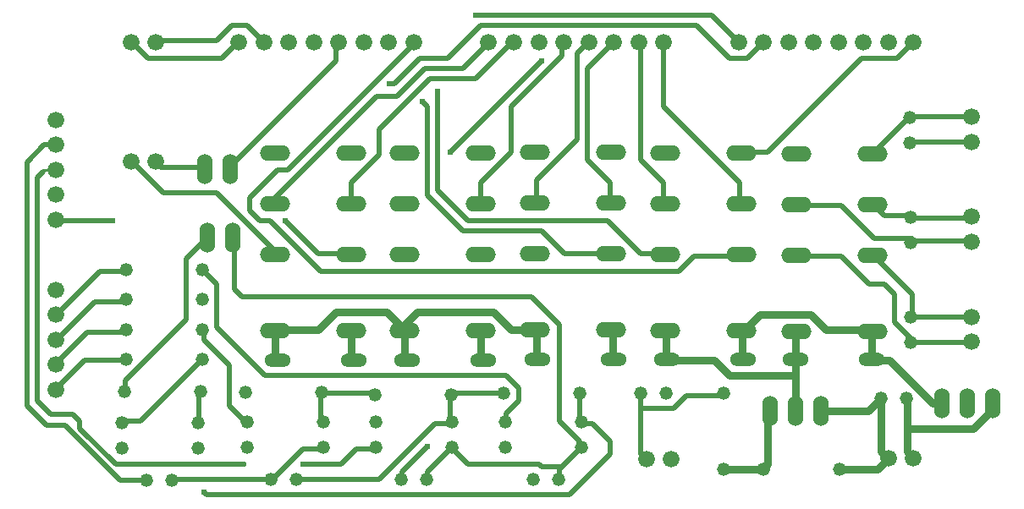
<source format=gtl>
G04 #@! TF.GenerationSoftware,KiCad,Pcbnew,(5.0.0)*
G04 #@! TF.CreationDate,2018-11-08T09:58:05+09:00*
G04 #@! TF.ProjectId,MicSwitch003,4D69635377697463683030332E6B6963,rev?*
G04 #@! TF.SameCoordinates,Original*
G04 #@! TF.FileFunction,Copper,L1,Top,Signal*
G04 #@! TF.FilePolarity,Positive*
%FSLAX46Y46*%
G04 Gerber Fmt 4.6, Leading zero omitted, Abs format (unit mm)*
G04 Created by KiCad (PCBNEW (5.0.0)) date 11/08/18 09:58:05*
%MOMM*%
%LPD*%
G01*
G04 APERTURE LIST*
G04 #@! TA.AperFunction,ComponentPad*
%ADD10O,2.641600X1.320800*%
G04 #@! TD*
G04 #@! TA.AperFunction,ComponentPad*
%ADD11O,1.524000X3.048000*%
G04 #@! TD*
G04 #@! TA.AperFunction,ComponentPad*
%ADD12C,1.676400*%
G04 #@! TD*
G04 #@! TA.AperFunction,ComponentPad*
%ADD13C,1.320800*%
G04 #@! TD*
G04 #@! TA.AperFunction,ComponentPad*
%ADD14O,3.048000X1.524000*%
G04 #@! TD*
G04 #@! TA.AperFunction,ViaPad*
%ADD15C,0.609600*%
G04 #@! TD*
G04 #@! TA.AperFunction,ViaPad*
%ADD16C,0.600000*%
G04 #@! TD*
G04 #@! TA.AperFunction,Conductor*
%ADD17C,0.762000*%
G04 #@! TD*
G04 #@! TA.AperFunction,Conductor*
%ADD18C,0.508000*%
G04 #@! TD*
G04 #@! TA.AperFunction,Conductor*
%ADD19C,0.800000*%
G04 #@! TD*
G04 #@! TA.AperFunction,Conductor*
%ADD20C,0.250000*%
G04 #@! TD*
G04 #@! TA.AperFunction,Conductor*
%ADD21C,0.500000*%
G04 #@! TD*
G04 APERTURE END LIST*
D10*
G04 #@! TO.P,D1,A*
G04 #@! TO.N,Net-(D1-PadA)*
X124845100Y-116038600D03*
G04 #@! TO.P,D1,C*
G04 #@! TO.N,+5V*
X132465100Y-116038600D03*
G04 #@! TD*
G04 #@! TO.P,D2,A*
G04 #@! TO.N,Net-(D1-PadA)*
X137837100Y-116054600D03*
G04 #@! TO.P,D2,C*
G04 #@! TO.N,+5V*
X145457100Y-116054600D03*
G04 #@! TD*
G04 #@! TO.P,D3,A*
G04 #@! TO.N,Net-(D1-PadA)*
X150867100Y-115987600D03*
G04 #@! TO.P,D3,C*
G04 #@! TO.N,+5V*
X158487100Y-115987600D03*
G04 #@! TD*
G04 #@! TO.P,D4,A*
G04 #@! TO.N,Net-(D1-PadA)*
X163848100Y-115946600D03*
G04 #@! TO.P,D4,C*
G04 #@! TO.N,+5V*
X171468100Y-115946600D03*
G04 #@! TD*
D11*
G04 #@! TO.P,DSS1,3*
G04 #@! TO.N,+5V*
X191331100Y-120351600D03*
G04 #@! TO.P,DSS1,2*
G04 #@! TO.N,GND*
X193871100Y-120351600D03*
G04 #@! TO.P,DSS1,1*
G04 #@! TO.N,Net-(C1-Pad1)*
X196411100Y-120351600D03*
G04 #@! TD*
D12*
G04 #@! TO.P,DC+5V1,1*
G04 #@! TO.N,Net-(C1-Pad1)*
X188485100Y-125920600D03*
G04 #@! TO.P,DC+5V1,2*
G04 #@! TO.N,GND*
X185985100Y-125920600D03*
G04 #@! TD*
G04 #@! TO.P,CONTROL1,1*
G04 #@! TO.N,+5V*
X164266100Y-125993600D03*
G04 #@! TO.P,CONTROL1,2*
G04 #@! TO.N,Net-(C2-Pad1)*
X161766100Y-125993600D03*
G04 #@! TD*
D11*
G04 #@! TO.P,Q1,S*
G04 #@! TO.N,GND*
X179233100Y-121172600D03*
G04 #@! TO.P,Q1,D*
G04 #@! TO.N,Net-(D1-PadA)*
X176693100Y-121172600D03*
G04 #@! TO.P,Q1,G*
G04 #@! TO.N,Net-(Q1-PadG)*
X174153100Y-121172600D03*
G04 #@! TD*
D13*
G04 #@! TO.P,R1,2*
G04 #@! TO.N,Net-(C2-Pad1)*
X169458100Y-119369600D03*
G04 #@! TO.P,R1,1*
G04 #@! TO.N,Net-(Q1-PadG)*
X169458100Y-126989600D03*
G04 #@! TD*
G04 #@! TO.P,R2,2*
G04 #@! TO.N,Net-(Q1-PadG)*
X173515100Y-126993600D03*
G04 #@! TO.P,R2,1*
G04 #@! TO.N,GND*
X181135100Y-126993600D03*
G04 #@! TD*
D14*
G04 #@! TO.P,RL1,16*
G04 #@! TO.N,Net-(D1-PadA)*
X124599100Y-113074600D03*
G04 #@! TO.P,RL1,P2*
G04 #@! TO.N,Net-(FROM-AMP1-Pad1)*
X124599100Y-105454600D03*
G04 #@! TO.P,RL1,O2*
G04 #@! TO.N,Net-(CN3-LEFT1-Pad1)*
X124599100Y-100374600D03*
G04 #@! TO.P,RL1,S2*
G04 #@! TO.N,Net-(CN2-RIGHT1-Pad1)*
X124599100Y-95294600D03*
G04 #@! TO.P,RL1,S1*
G04 #@! TO.N,Net-(CN2-RIGHT1-Pad2)*
X132219100Y-95294600D03*
G04 #@! TO.P,RL1,O1*
G04 #@! TO.N,Net-(CN3-LEFT1-Pad2)*
X132219100Y-100374600D03*
G04 #@! TO.P,RL1,P1*
G04 #@! TO.N,Net-(FROM-AMP1-Pad2)*
X132219100Y-105454600D03*
G04 #@! TO.P,RL1,1*
G04 #@! TO.N,+5V*
X132219100Y-113074600D03*
G04 #@! TD*
G04 #@! TO.P,RL2,16*
G04 #@! TO.N,Net-(D1-PadA)*
X137583100Y-113063600D03*
G04 #@! TO.P,RL2,P2*
G04 #@! TO.N,Net-(CN1-MICIN1-Pad3)*
X137583100Y-105443600D03*
G04 #@! TO.P,RL2,O2*
G04 #@! TO.N,Net-(CN3-LEFT1-Pad3)*
X137583100Y-100363600D03*
G04 #@! TO.P,RL2,S2*
G04 #@! TO.N,Net-(CN2-RIGHT1-Pad3)*
X137583100Y-95283600D03*
G04 #@! TO.P,RL2,S1*
G04 #@! TO.N,Net-(CN2-RIGHT1-Pad4)*
X145203100Y-95283600D03*
G04 #@! TO.P,RL2,O1*
G04 #@! TO.N,Net-(CN3-LEFT1-Pad4)*
X145203100Y-100363600D03*
G04 #@! TO.P,RL2,P1*
G04 #@! TO.N,Net-(CN1-MICIN1-Pad4)*
X145203100Y-105443600D03*
G04 #@! TO.P,RL2,1*
G04 #@! TO.N,+5V*
X145203100Y-113063600D03*
G04 #@! TD*
G04 #@! TO.P,RL3,16*
G04 #@! TO.N,Net-(D1-PadA)*
X150621100Y-113023600D03*
G04 #@! TO.P,RL3,P2*
G04 #@! TO.N,Net-(CN1-MICIN1-Pad5)*
X150621100Y-105403600D03*
G04 #@! TO.P,RL3,O2*
G04 #@! TO.N,Net-(CN3-LEFT1-Pad5)*
X150621100Y-100323600D03*
G04 #@! TO.P,RL3,S2*
G04 #@! TO.N,Net-(CN2-RIGHT1-Pad5)*
X150621100Y-95243600D03*
G04 #@! TO.P,RL3,S1*
G04 #@! TO.N,Net-(CN2-RIGHT1-Pad6)*
X158241100Y-95243600D03*
G04 #@! TO.P,RL3,O1*
G04 #@! TO.N,Net-(CN3-LEFT1-Pad6)*
X158241100Y-100323600D03*
G04 #@! TO.P,RL3,P1*
G04 #@! TO.N,Net-(CN1-MICIN1-Pad6)*
X158241100Y-105403600D03*
G04 #@! TO.P,RL3,1*
G04 #@! TO.N,+5V*
X158241100Y-113023600D03*
G04 #@! TD*
G04 #@! TO.P,RL4,16*
G04 #@! TO.N,Net-(D1-PadA)*
X163616100Y-113070600D03*
G04 #@! TO.P,RL4,P2*
G04 #@! TO.N,Net-(CN1-MICIN1-Pad7)*
X163616100Y-105450600D03*
G04 #@! TO.P,RL4,O2*
G04 #@! TO.N,Net-(CN3-LEFT1-Pad7)*
X163616100Y-100370600D03*
G04 #@! TO.P,RL4,S2*
G04 #@! TO.N,Net-(CN2-RIGHT1-Pad7)*
X163616100Y-95290600D03*
G04 #@! TO.P,RL4,S1*
G04 #@! TO.N,Net-(CN2-RIGHT1-Pad8)*
X171236100Y-95290600D03*
G04 #@! TO.P,RL4,O1*
G04 #@! TO.N,Net-(CN3-LEFT1-Pad8)*
X171236100Y-100370600D03*
G04 #@! TO.P,RL4,P1*
G04 #@! TO.N,Net-(CN1-MICIN1-Pad8)*
X171236100Y-105450600D03*
G04 #@! TO.P,RL4,1*
G04 #@! TO.N,+5V*
X171236100Y-113070600D03*
G04 #@! TD*
D12*
G04 #@! TO.P,CN1-MICIN1,1*
G04 #@! TO.N,Net-(CN1-MICIN1-Pad1)*
X121001100Y-84203600D03*
G04 #@! TO.P,CN1-MICIN1,2*
G04 #@! TO.N,Net-(CN1-MICIN1-Pad2)*
X123501100Y-84203600D03*
G04 #@! TO.P,CN1-MICIN1,3*
G04 #@! TO.N,Net-(CN1-MICIN1-Pad3)*
X126001100Y-84203600D03*
G04 #@! TO.P,CN1-MICIN1,4*
G04 #@! TO.N,Net-(CN1-MICIN1-Pad4)*
X128501100Y-84203600D03*
G04 #@! TO.P,CN1-MICIN1,5*
G04 #@! TO.N,Net-(CN1-MICIN1-Pad5)*
X131001100Y-84203600D03*
G04 #@! TO.P,CN1-MICIN1,6*
G04 #@! TO.N,Net-(CN1-MICIN1-Pad6)*
X133501100Y-84203600D03*
G04 #@! TO.P,CN1-MICIN1,7*
G04 #@! TO.N,Net-(CN1-MICIN1-Pad7)*
X136001100Y-84203600D03*
G04 #@! TO.P,CN1-MICIN1,8*
G04 #@! TO.N,Net-(CN1-MICIN1-Pad8)*
X138501100Y-84203600D03*
G04 #@! TD*
G04 #@! TO.P,CN2-RIGHT1,1*
G04 #@! TO.N,Net-(CN2-RIGHT1-Pad1)*
X171001100Y-84203600D03*
G04 #@! TO.P,CN2-RIGHT1,2*
G04 #@! TO.N,Net-(CN2-RIGHT1-Pad2)*
X173501100Y-84203600D03*
G04 #@! TO.P,CN2-RIGHT1,3*
G04 #@! TO.N,Net-(CN2-RIGHT1-Pad3)*
X176001100Y-84203600D03*
G04 #@! TO.P,CN2-RIGHT1,4*
G04 #@! TO.N,Net-(CN2-RIGHT1-Pad4)*
X178501100Y-84203600D03*
G04 #@! TO.P,CN2-RIGHT1,5*
G04 #@! TO.N,Net-(CN2-RIGHT1-Pad5)*
X181001100Y-84203600D03*
G04 #@! TO.P,CN2-RIGHT1,6*
G04 #@! TO.N,Net-(CN2-RIGHT1-Pad6)*
X183501100Y-84203600D03*
G04 #@! TO.P,CN2-RIGHT1,7*
G04 #@! TO.N,Net-(CN2-RIGHT1-Pad7)*
X186001100Y-84203600D03*
G04 #@! TO.P,CN2-RIGHT1,8*
G04 #@! TO.N,Net-(CN2-RIGHT1-Pad8)*
X188501100Y-84203600D03*
G04 #@! TD*
G04 #@! TO.P,CN3-LEFT1,1*
G04 #@! TO.N,Net-(CN3-LEFT1-Pad1)*
X146001100Y-84203600D03*
G04 #@! TO.P,CN3-LEFT1,2*
G04 #@! TO.N,Net-(CN3-LEFT1-Pad2)*
X148501100Y-84203600D03*
G04 #@! TO.P,CN3-LEFT1,3*
G04 #@! TO.N,Net-(CN3-LEFT1-Pad3)*
X151001100Y-84203600D03*
G04 #@! TO.P,CN3-LEFT1,4*
G04 #@! TO.N,Net-(CN3-LEFT1-Pad4)*
X153501100Y-84203600D03*
G04 #@! TO.P,CN3-LEFT1,5*
G04 #@! TO.N,Net-(CN3-LEFT1-Pad5)*
X156001100Y-84203600D03*
G04 #@! TO.P,CN3-LEFT1,6*
G04 #@! TO.N,Net-(CN3-LEFT1-Pad6)*
X158501100Y-84203600D03*
G04 #@! TO.P,CN3-LEFT1,7*
G04 #@! TO.N,Net-(CN3-LEFT1-Pad7)*
X161001100Y-84203600D03*
G04 #@! TO.P,CN3-LEFT1,8*
G04 #@! TO.N,Net-(CN3-LEFT1-Pad8)*
X163501100Y-84203600D03*
G04 #@! TD*
D14*
G04 #@! TO.P,RL5,16*
G04 #@! TO.N,Net-(D1-PadA)*
X176791100Y-113213600D03*
G04 #@! TO.P,RL5,P2*
G04 #@! TO.N,Net-(C7-Pad2)*
X176791100Y-105593600D03*
G04 #@! TO.P,RL5,O2*
G04 #@! TO.N,Net-(C9-Pad2)*
X176791100Y-100513600D03*
G04 #@! TO.P,RL5,S2*
G04 #@! TO.N,Net-(C8-Pad2)*
X176791100Y-95433600D03*
G04 #@! TO.P,RL5,S1*
G04 #@! TO.N,Net-(C8-Pad1)*
X184411100Y-95433600D03*
G04 #@! TO.P,RL5,O1*
G04 #@! TO.N,Net-(C9-Pad1)*
X184411100Y-100513600D03*
G04 #@! TO.P,RL5,P1*
G04 #@! TO.N,Net-(C7-Pad1)*
X184411100Y-105593600D03*
G04 #@! TO.P,RL5,1*
G04 #@! TO.N,+5V*
X184411100Y-113213600D03*
G04 #@! TD*
D10*
G04 #@! TO.P,D5,A*
G04 #@! TO.N,Net-(D1-PadA)*
X176691100Y-116003600D03*
G04 #@! TO.P,D5,C*
G04 #@! TO.N,+5V*
X184311100Y-116003600D03*
G04 #@! TD*
D12*
G04 #@! TO.P,KEY-IN1,1*
G04 #@! TO.N,Net-(C7-Pad1)*
X194301100Y-111703600D03*
G04 #@! TO.P,KEY-IN1,2*
G04 #@! TO.N,Net-(C7-Pad2)*
X194301100Y-114203600D03*
G04 #@! TD*
G04 #@! TO.P,LEFT-KEY1,1*
G04 #@! TO.N,Net-(C9-Pad1)*
X194301100Y-101703600D03*
G04 #@! TO.P,LEFT-KEY1,2*
G04 #@! TO.N,Net-(C9-Pad2)*
X194301100Y-104203600D03*
G04 #@! TD*
G04 #@! TO.P,RIGHT-KEY1,1*
G04 #@! TO.N,Net-(C8-Pad1)*
X194301100Y-91703600D03*
G04 #@! TO.P,RIGHT-KEY1,2*
G04 #@! TO.N,Net-(C8-Pad2)*
X194301100Y-94203600D03*
G04 #@! TD*
D11*
G04 #@! TO.P,KEYPAD2,2*
G04 #@! TO.N,Net-(FROM-AMP1-Pad2)*
X117631100Y-96903600D03*
G04 #@! TO.P,KEYPAD2,1*
G04 #@! TO.N,Net-(CN1-MICIN1-Pad5)*
X120171100Y-96903600D03*
G04 #@! TD*
D12*
G04 #@! TO.P,TO-AMP,1*
G04 #@! TO.N,Net-(CN1-MICIN1-Pad1)*
X110201100Y-84203600D03*
G04 #@! TO.P,TO-AMP,2*
G04 #@! TO.N,Net-(CN1-MICIN1-Pad2)*
X112701100Y-84203600D03*
G04 #@! TD*
G04 #@! TO.P,FROM-AMP,1*
G04 #@! TO.N,Net-(FROM-AMP1-Pad1)*
X110201100Y-96203600D03*
G04 #@! TO.P,FROM-AMP,2*
G04 #@! TO.N,Net-(FROM-AMP1-Pad2)*
X112701100Y-96203600D03*
G04 #@! TD*
D11*
G04 #@! TO.P,KEYPAD1,2*
G04 #@! TO.N,Net-(C3-Pad2)*
X120371100Y-103803600D03*
G04 #@! TO.P,KEYPAD1,1*
G04 #@! TO.N,Net-(KEYPAD1-Pad1)*
X117831100Y-103803600D03*
G04 #@! TD*
D13*
G04 #@! TO.P,R3,2*
G04 #@! TO.N,Net-(C6-Pad1)*
X117211100Y-119203600D03*
G04 #@! TO.P,R3,1*
G04 #@! TO.N,Net-(KEYPAD1-Pad1)*
X109591100Y-119203600D03*
G04 #@! TD*
G04 #@! TO.P,R4,2*
G04 #@! TO.N,Net-(C5-Pad1)*
X129311100Y-119303600D03*
G04 #@! TO.P,R4,1*
G04 #@! TO.N,Net-(C6-Pad1)*
X121691100Y-119303600D03*
G04 #@! TD*
G04 #@! TO.P,R5,2*
G04 #@! TO.N,Net-(C4-Pad1)*
X142211100Y-119503600D03*
G04 #@! TO.P,R5,1*
G04 #@! TO.N,Net-(C5-Pad1)*
X134591100Y-119503600D03*
G04 #@! TD*
G04 #@! TO.P,R6,2*
G04 #@! TO.N,Net-(C3-Pad1)*
X155111100Y-119403600D03*
G04 #@! TO.P,R6,1*
G04 #@! TO.N,Net-(C4-Pad1)*
X147491100Y-119403600D03*
G04 #@! TD*
G04 #@! TO.P,OK1,4*
G04 #@! TO.N,Net-(C6-Pad1)*
X116911100Y-122333600D03*
G04 #@! TO.P,OK1,3*
G04 #@! TO.N,Net-(C3-Pad2)*
X116911100Y-124873600D03*
G04 #@! TO.P,OK1,2*
G04 #@! TO.N,Net-(OK1-Pad2)*
X109291100Y-124873600D03*
G04 #@! TO.P,OK1,1*
G04 #@! TO.N,Net-(OK1-Pad1)*
X109291100Y-122333600D03*
G04 #@! TD*
G04 #@! TO.P,OK2,4*
G04 #@! TO.N,Net-(C5-Pad1)*
X129411100Y-122233600D03*
G04 #@! TO.P,OK2,3*
G04 #@! TO.N,Net-(C3-Pad2)*
X129411100Y-124773600D03*
G04 #@! TO.P,OK2,2*
G04 #@! TO.N,Net-(OK1-Pad2)*
X121791100Y-124773600D03*
G04 #@! TO.P,OK2,1*
G04 #@! TO.N,Net-(OK2-Pad1)*
X121791100Y-122233600D03*
G04 #@! TD*
G04 #@! TO.P,OK3,4*
G04 #@! TO.N,Net-(C4-Pad1)*
X142311100Y-122233600D03*
G04 #@! TO.P,OK3,3*
G04 #@! TO.N,Net-(C3-Pad2)*
X142311100Y-124773600D03*
G04 #@! TO.P,OK3,2*
G04 #@! TO.N,Net-(OK1-Pad2)*
X134691100Y-124773600D03*
G04 #@! TO.P,OK3,1*
G04 #@! TO.N,Net-(OK3-Pad1)*
X134691100Y-122233600D03*
G04 #@! TD*
G04 #@! TO.P,OK4,4*
G04 #@! TO.N,Net-(C3-Pad1)*
X155311100Y-122233600D03*
G04 #@! TO.P,OK4,3*
G04 #@! TO.N,Net-(C3-Pad2)*
X155311100Y-124773600D03*
G04 #@! TO.P,OK4,2*
G04 #@! TO.N,Net-(OK1-Pad2)*
X147691100Y-124773600D03*
G04 #@! TO.P,OK4,1*
G04 #@! TO.N,Net-(OK4-Pad1)*
X147691100Y-122233600D03*
G04 #@! TD*
D12*
G04 #@! TO.P,TO-ARUDINO1,1*
G04 #@! TO.N,Net-(R7-Pad1)*
X102701100Y-119003600D03*
G04 #@! TO.P,TO-ARUDINO1,2*
G04 #@! TO.N,Net-(R8-Pad1)*
X102701100Y-116503600D03*
G04 #@! TO.P,TO-ARUDINO1,3*
G04 #@! TO.N,Net-(R9-Pad1)*
X102701100Y-114003600D03*
G04 #@! TO.P,TO-ARUDINO1,4*
G04 #@! TO.N,Net-(R10-Pad1)*
X102701100Y-111503600D03*
G04 #@! TO.P,TO-ARUDINO1,5*
G04 #@! TO.N,Net-(OK1-Pad2)*
X102701100Y-109003600D03*
G04 #@! TD*
G04 #@! TO.P,TO-KEYPADSW1,1*
G04 #@! TO.N,Net-(C6-Pad1)*
X102701100Y-102003600D03*
G04 #@! TO.P,TO-KEYPADSW1,2*
G04 #@! TO.N,Net-(C5-Pad1)*
X102701100Y-99503600D03*
G04 #@! TO.P,TO-KEYPADSW1,3*
G04 #@! TO.N,Net-(C4-Pad1)*
X102701100Y-97003600D03*
G04 #@! TO.P,TO-KEYPADSW1,4*
G04 #@! TO.N,Net-(C3-Pad1)*
X102701100Y-94503600D03*
G04 #@! TO.P,TO-KEYPADSW1,5*
G04 #@! TO.N,Net-(C3-Pad2)*
X102701100Y-92003600D03*
G04 #@! TD*
D13*
G04 #@! TO.P,R7,2*
G04 #@! TO.N,Net-(OK1-Pad1)*
X117311100Y-116003600D03*
G04 #@! TO.P,R7,1*
G04 #@! TO.N,Net-(R7-Pad1)*
X109691100Y-116003600D03*
G04 #@! TD*
G04 #@! TO.P,R8,2*
G04 #@! TO.N,Net-(OK2-Pad1)*
X117311100Y-113003600D03*
G04 #@! TO.P,R8,1*
G04 #@! TO.N,Net-(R8-Pad1)*
X109691100Y-113003600D03*
G04 #@! TD*
G04 #@! TO.P,R9,2*
G04 #@! TO.N,Net-(OK3-Pad1)*
X117311100Y-110003600D03*
G04 #@! TO.P,R9,1*
G04 #@! TO.N,Net-(R9-Pad1)*
X109691100Y-110003600D03*
G04 #@! TD*
G04 #@! TO.P,R10,2*
G04 #@! TO.N,Net-(OK4-Pad1)*
X117311100Y-107003600D03*
G04 #@! TO.P,R10,1*
G04 #@! TO.N,Net-(R10-Pad1)*
X109691100Y-107003600D03*
G04 #@! TD*
G04 #@! TO.P,C1,2*
G04 #@! TO.N,GND*
X185231100Y-119903600D03*
G04 #@! TO.P,C1,1*
G04 #@! TO.N,Net-(C1-Pad1)*
X187771100Y-119903600D03*
G04 #@! TD*
G04 #@! TO.P,C2,2*
G04 #@! TO.N,GND*
X163771100Y-119403600D03*
G04 #@! TO.P,C2,1*
G04 #@! TO.N,Net-(C2-Pad1)*
X161231100Y-119403600D03*
G04 #@! TD*
G04 #@! TO.P,C3,2*
G04 #@! TO.N,Net-(C3-Pad2)*
X114271100Y-128103600D03*
G04 #@! TO.P,C3,1*
G04 #@! TO.N,Net-(C3-Pad1)*
X111731100Y-128103600D03*
G04 #@! TD*
G04 #@! TO.P,C4,2*
G04 #@! TO.N,Net-(C3-Pad2)*
X124231100Y-128003600D03*
G04 #@! TO.P,C4,1*
G04 #@! TO.N,Net-(C4-Pad1)*
X126771100Y-128003600D03*
G04 #@! TD*
G04 #@! TO.P,C5,2*
G04 #@! TO.N,Net-(C3-Pad2)*
X139771100Y-128003600D03*
G04 #@! TO.P,C5,1*
G04 #@! TO.N,Net-(C5-Pad1)*
X137231100Y-128003600D03*
G04 #@! TD*
G04 #@! TO.P,C6,2*
G04 #@! TO.N,Net-(C3-Pad2)*
X152971100Y-128003600D03*
G04 #@! TO.P,C6,1*
G04 #@! TO.N,Net-(C6-Pad1)*
X150431100Y-128003600D03*
G04 #@! TD*
G04 #@! TO.P,C7,2*
G04 #@! TO.N,Net-(C7-Pad2)*
X188201100Y-114273600D03*
G04 #@! TO.P,C7,1*
G04 #@! TO.N,Net-(C7-Pad1)*
X188201100Y-111733600D03*
G04 #@! TD*
G04 #@! TO.P,C8,2*
G04 #@! TO.N,Net-(C8-Pad2)*
X188101100Y-94273600D03*
G04 #@! TO.P,C8,1*
G04 #@! TO.N,Net-(C8-Pad1)*
X188101100Y-91733600D03*
G04 #@! TD*
G04 #@! TO.P,C9,2*
G04 #@! TO.N,Net-(C9-Pad2)*
X188201100Y-104273600D03*
G04 #@! TO.P,C9,1*
G04 #@! TO.N,Net-(C9-Pad1)*
X188201100Y-101733600D03*
G04 #@! TD*
D15*
G04 #@! TO.N,Net-(C6-Pad1)*
X108407100Y-102063600D03*
G04 #@! TO.N,Net-(C5-Pad1)*
X139903100Y-124669600D03*
D16*
G04 #@! TO.N,Net-(C4-Pad1)*
X121501100Y-126503600D03*
D15*
G04 #@! TO.N,Net-(C3-Pad1)*
X117551100Y-129241600D03*
G04 #@! TO.N,Net-(OK1-Pad2)*
X127457100Y-126447600D03*
G04 #@! TO.N,Net-(CN2-RIGHT1-Pad1)*
X144729100Y-81489600D03*
G04 #@! TO.N,Net-(CN2-RIGHT1-Pad2)*
X136093100Y-88347600D03*
G04 #@! TO.N,Net-(FROM-AMP1-Pad2)*
X125679100Y-102063600D03*
G04 #@! TO.N,Net-(CN2-RIGHT1-Pad3)*
X142189100Y-95205600D03*
X151333100Y-86061600D03*
G04 #@! TO.N,Net-(CN1-MICIN1-Pad6)*
X139395100Y-90125600D03*
G04 #@! TO.N,Net-(CN1-MICIN1-Pad7)*
X140919100Y-89109600D03*
G04 #@! TD*
D17*
G04 #@! TO.N,+5V*
X132283100Y-113239600D02*
X132283100Y-116033600D01*
X132283100Y-116033600D02*
X132465100Y-116038600D01*
X132283100Y-113239600D02*
X132219100Y-113074600D01*
X145237100Y-113239600D02*
X145237100Y-116033600D01*
X145237100Y-116033600D02*
X145457100Y-116054600D01*
X145237100Y-113239600D02*
X145203100Y-113063600D01*
X184353100Y-113239600D02*
X184353100Y-115779600D01*
X184353100Y-115779600D02*
X184311100Y-116003600D01*
X184353100Y-113239600D02*
X184411100Y-113213600D01*
X190449100Y-120351600D02*
X191331100Y-120351600D01*
X186131100Y-116033600D02*
X190449100Y-120351600D01*
X184607100Y-116033600D02*
X186131100Y-116033600D01*
X184607100Y-116033600D02*
X184311100Y-116003600D01*
X171399100Y-113239600D02*
X171399100Y-115779600D01*
X171399100Y-115779600D02*
X171468100Y-115946600D01*
X171399100Y-113239600D02*
X171236100Y-113070600D01*
X158445100Y-113239600D02*
X158445100Y-115779600D01*
X158445100Y-115779600D02*
X158487100Y-115987600D01*
X158445100Y-113239600D02*
X158241100Y-113023600D01*
X179781100Y-112985600D02*
X184099100Y-112985600D01*
X178257100Y-111461600D02*
X179781100Y-112985600D01*
X173177100Y-111461600D02*
X178257100Y-111461600D01*
X171653100Y-112985600D02*
X173177100Y-111461600D01*
X184099100Y-112985600D02*
X184411100Y-113213600D01*
X171653100Y-112985600D02*
X171236100Y-113070600D01*
D18*
G04 #@! TO.N,GND*
X181305100Y-126955600D02*
X181135100Y-126993600D01*
X185877100Y-125939600D02*
X185985100Y-125920600D01*
X185369100Y-120097600D02*
X185231100Y-119903600D01*
X185877100Y-125685600D02*
X185985100Y-125920600D01*
X179273100Y-121113600D02*
X179233100Y-121172600D01*
D19*
X183962100Y-121172600D02*
X185231100Y-119903600D01*
X179233100Y-121172600D02*
X183962100Y-121172600D01*
X184912100Y-126993600D02*
X185985100Y-125920600D01*
X181135100Y-126993600D02*
X184912100Y-126993600D01*
X185231100Y-125166600D02*
X185985100Y-125920600D01*
X185231100Y-119903600D02*
X185231100Y-125166600D01*
D17*
G04 #@! TO.N,Net-(D1-PadA)*
X163779100Y-113239600D02*
X163779100Y-115779600D01*
X163779100Y-115779600D02*
X163848100Y-115946600D01*
X163779100Y-113239600D02*
X163616100Y-113070600D01*
X176733100Y-113239600D02*
X176733100Y-115779600D01*
X176733100Y-115779600D02*
X176691100Y-116003600D01*
X176733100Y-113239600D02*
X176791100Y-113213600D01*
X176733100Y-116287600D02*
X176733100Y-117557600D01*
X176733100Y-117557600D02*
X176733100Y-121113600D01*
X176733100Y-121113600D02*
X176693100Y-121172600D01*
X176733100Y-116287600D02*
X176691100Y-116003600D01*
X168605100Y-116033600D02*
X164033100Y-116033600D01*
X170129100Y-117557600D02*
X168605100Y-116033600D01*
X176733100Y-117557600D02*
X170129100Y-117557600D01*
X164033100Y-116033600D02*
X163848100Y-115946600D01*
X150825100Y-113239600D02*
X150825100Y-115779600D01*
X150825100Y-115779600D02*
X150867100Y-115987600D01*
X150825100Y-113239600D02*
X150621100Y-113023600D01*
X124663100Y-113239600D02*
X124663100Y-116033600D01*
X124663100Y-116033600D02*
X124845100Y-116038600D01*
X124663100Y-113239600D02*
X124599100Y-113074600D01*
X137617100Y-113239600D02*
X137617100Y-116033600D01*
X137617100Y-116033600D02*
X137837100Y-116054600D01*
X137617100Y-113239600D02*
X137583100Y-113063600D01*
X128981100Y-112985600D02*
X124917100Y-112985600D01*
X130759100Y-111207600D02*
X128981100Y-112985600D01*
X135839100Y-111207600D02*
X130759100Y-111207600D01*
X137363100Y-112731600D02*
X135839100Y-111207600D01*
X124917100Y-112985600D02*
X124599100Y-113074600D01*
X137363100Y-112731600D02*
X137583100Y-113063600D01*
X148285100Y-112985600D02*
X150317100Y-112985600D01*
X146507100Y-111207600D02*
X148285100Y-112985600D01*
X138887100Y-111207600D02*
X146507100Y-111207600D01*
X137617100Y-112477600D02*
X138887100Y-111207600D01*
X150317100Y-112985600D02*
X150621100Y-113023600D01*
X137617100Y-112477600D02*
X137583100Y-113063600D01*
G04 #@! TO.N,Net-(C1-Pad1)*
X187909100Y-125177600D02*
X187909100Y-122891600D01*
X187909100Y-122891600D02*
X187909100Y-120097600D01*
X188417100Y-125685600D02*
X187909100Y-125177600D01*
X187909100Y-120097600D02*
X187771100Y-119903600D01*
X188417100Y-125685600D02*
X188485100Y-125920600D01*
X196291100Y-121113600D02*
X196291100Y-120351600D01*
X196291100Y-120351600D02*
X196411100Y-120351600D01*
X187909100Y-122891600D02*
X194513100Y-122891600D01*
X194513100Y-122891600D02*
X196291100Y-121113600D01*
D18*
G04 #@! TO.N,Net-(C2-Pad1)*
X161239100Y-125431600D02*
X161239100Y-120859600D01*
X161239100Y-120859600D02*
X161239100Y-119589600D01*
X161747100Y-125939600D02*
X161239100Y-125431600D01*
X161239100Y-119589600D02*
X161231100Y-119403600D01*
X161747100Y-125939600D02*
X161766100Y-125993600D01*
X165811100Y-119589600D02*
X169367100Y-119589600D01*
X164541100Y-120859600D02*
X165811100Y-119589600D01*
X161239100Y-120859600D02*
X164541100Y-120859600D01*
X169367100Y-119589600D02*
X169458100Y-119369600D01*
D17*
G04 #@! TO.N,Net-(Q1-PadG)*
X169621100Y-126955600D02*
X173431100Y-126955600D01*
X173431100Y-126955600D02*
X173515100Y-126993600D01*
X169621100Y-126955600D02*
X169458100Y-126989600D01*
X173939100Y-126447600D02*
X173939100Y-121367600D01*
X173685100Y-126701600D02*
X173939100Y-126447600D01*
X173939100Y-121367600D02*
X174153100Y-121172600D01*
X173685100Y-126701600D02*
X173515100Y-126993600D01*
D18*
G04 #@! TO.N,Net-(C7-Pad2)*
X194259100Y-114255600D02*
X188417100Y-114255600D01*
X188417100Y-114255600D02*
X188201100Y-114273600D01*
X194259100Y-114255600D02*
X194301100Y-114203600D01*
X181305100Y-105619600D02*
X176987100Y-105619600D01*
X184099100Y-108413600D02*
X181305100Y-105619600D01*
X185623100Y-108413600D02*
X184099100Y-108413600D01*
X186639100Y-109429600D02*
X185623100Y-108413600D01*
X186639100Y-112223600D02*
X186639100Y-109429600D01*
X188417100Y-114001600D02*
X186639100Y-112223600D01*
X176987100Y-105619600D02*
X176791100Y-105593600D01*
X188417100Y-114001600D02*
X188201100Y-114273600D01*
G04 #@! TO.N,Net-(C9-Pad2)*
X194259100Y-104095600D02*
X188417100Y-104095600D01*
X188417100Y-104095600D02*
X188201100Y-104273600D01*
X194259100Y-104095600D02*
X194301100Y-104203600D01*
X181305100Y-100539600D02*
X176987100Y-100539600D01*
X184607100Y-103841600D02*
X181305100Y-100539600D01*
X188417100Y-103841600D02*
X184607100Y-103841600D01*
X176987100Y-100539600D02*
X176791100Y-100513600D01*
X188417100Y-103841600D02*
X188201100Y-104273600D01*
G04 #@! TO.N,Net-(C8-Pad2)*
X194259100Y-94189600D02*
X188163100Y-94189600D01*
X188163100Y-94189600D02*
X188101100Y-94273600D01*
X194259100Y-94189600D02*
X194301100Y-94203600D01*
G04 #@! TO.N,Net-(C8-Pad1)*
X184607100Y-95205600D02*
X187909100Y-91903600D01*
X187909100Y-91903600D02*
X188101100Y-91733600D01*
X184607100Y-95205600D02*
X184411100Y-95433600D01*
X188163100Y-91649600D02*
X194259100Y-91649600D01*
X194259100Y-91649600D02*
X194301100Y-91703600D01*
X188163100Y-91649600D02*
X188101100Y-91733600D01*
G04 #@! TO.N,Net-(C9-Pad1)*
X185623100Y-101555600D02*
X188163100Y-101555600D01*
X184607100Y-100539600D02*
X185623100Y-101555600D01*
X188163100Y-101555600D02*
X188201100Y-101733600D01*
X184607100Y-100539600D02*
X184411100Y-100513600D01*
X188417100Y-101809600D02*
X194259100Y-101809600D01*
X194259100Y-101809600D02*
X194301100Y-101703600D01*
X188417100Y-101809600D02*
X188201100Y-101733600D01*
G04 #@! TO.N,Net-(C7-Pad1)*
X194259100Y-111715600D02*
X188417100Y-111715600D01*
X188417100Y-111715600D02*
X188201100Y-111733600D01*
X194259100Y-111715600D02*
X194301100Y-111703600D01*
X188417100Y-109429600D02*
X184607100Y-105619600D01*
X188417100Y-111461600D02*
X188417100Y-109429600D01*
X184607100Y-105619600D02*
X184411100Y-105593600D01*
X188417100Y-111461600D02*
X188201100Y-111733600D01*
G04 #@! TO.N,Net-(C3-Pad2)*
X124155100Y-127971600D02*
X114503100Y-127971600D01*
X114503100Y-127971600D02*
X114271100Y-128103600D01*
X124155100Y-127971600D02*
X124231100Y-128003600D01*
X127457100Y-124923600D02*
X129235100Y-124923600D01*
X124409100Y-127971600D02*
X127457100Y-124923600D01*
X129235100Y-124923600D02*
X129411100Y-124773600D01*
X124409100Y-127971600D02*
X124231100Y-128003600D01*
X153111100Y-126955600D02*
X153111100Y-127971600D01*
X155143100Y-124923600D02*
X153238100Y-126828600D01*
X153238100Y-126828600D02*
X153111100Y-126955600D01*
X153111100Y-127971600D02*
X152971100Y-128003600D01*
X155143100Y-124923600D02*
X155311100Y-124773600D01*
X139903100Y-127209600D02*
X139903100Y-127971600D01*
X142189100Y-124923600D02*
X139903100Y-127209600D01*
X139903100Y-127971600D02*
X139771100Y-128003600D01*
X142189100Y-124923600D02*
X142311100Y-124773600D01*
X151333100Y-126701600D02*
X153111100Y-126701600D01*
X151079100Y-126447600D02*
X151333100Y-126701600D01*
X143967100Y-126447600D02*
X151079100Y-126447600D01*
X142443100Y-124923600D02*
X143967100Y-126447600D01*
X153111100Y-126701600D02*
X153238100Y-126828600D01*
X142443100Y-124923600D02*
X142311100Y-124773600D01*
X155143100Y-124161600D02*
X155143100Y-124669600D01*
X153111100Y-122129600D02*
X155143100Y-124161600D01*
X153111100Y-112477600D02*
X153111100Y-122129600D01*
X150317100Y-109683600D02*
X153111100Y-112477600D01*
X121361100Y-109683600D02*
X150317100Y-109683600D01*
X120599100Y-108921600D02*
X121361100Y-109683600D01*
X120599100Y-103841600D02*
X120599100Y-108921600D01*
X155143100Y-124669600D02*
X155311100Y-124773600D01*
X120599100Y-103841600D02*
X120371100Y-103803600D01*
G04 #@! TO.N,Net-(KEYPAD1-Pad1)*
X109677100Y-118065600D02*
X109677100Y-119081600D01*
X115773100Y-111969600D02*
X109677100Y-118065600D01*
X115773100Y-105873600D02*
X115773100Y-111969600D01*
X117805100Y-103841600D02*
X115773100Y-105873600D01*
X109677100Y-119081600D02*
X109591100Y-119203600D01*
X117805100Y-103841600D02*
X117831100Y-103803600D01*
G04 #@! TO.N,Net-(C6-Pad1)*
X117043100Y-119335600D02*
X117043100Y-122129600D01*
X117043100Y-122129600D02*
X116911100Y-122333600D01*
X117043100Y-119335600D02*
X117211100Y-119203600D01*
X108407100Y-102063600D02*
X102819100Y-102063600D01*
X102819100Y-102063600D02*
X102701100Y-102003600D01*
G04 #@! TO.N,Net-(C5-Pad1)*
X129235100Y-122129600D02*
X129235100Y-119335600D01*
X129235100Y-119335600D02*
X129311100Y-119303600D01*
X129235100Y-122129600D02*
X129411100Y-122233600D01*
X129489100Y-119335600D02*
X134569100Y-119335600D01*
X134569100Y-119335600D02*
X134591100Y-119503600D01*
X129489100Y-119335600D02*
X129311100Y-119303600D01*
X137363100Y-127209600D02*
X137363100Y-127971600D01*
X139903100Y-124669600D02*
X137363100Y-127209600D01*
X137363100Y-127971600D02*
X137231100Y-128003600D01*
G04 #@! TO.N,Net-(C4-Pad1)*
X135077100Y-127971600D02*
X126949100Y-127971600D01*
X140665100Y-122383600D02*
X135077100Y-127971600D01*
X142189100Y-122383600D02*
X140665100Y-122383600D01*
X126949100Y-127971600D02*
X126771100Y-128003600D01*
X142189100Y-122383600D02*
X142311100Y-122233600D01*
X142189100Y-122129600D02*
X142189100Y-119589600D01*
X142189100Y-119589600D02*
X142211100Y-119503600D01*
X142189100Y-122129600D02*
X142311100Y-122233600D01*
X142443100Y-119335600D02*
X147269100Y-119335600D01*
X147269100Y-119335600D02*
X147491100Y-119403600D01*
X142443100Y-119335600D02*
X142211100Y-119503600D01*
X102565100Y-97237600D02*
X102701100Y-97003600D01*
D20*
X101515707Y-97003600D02*
X101419307Y-97100000D01*
X102701100Y-97003600D02*
X101515707Y-97003600D01*
X101419307Y-97100000D02*
X101419307Y-97180693D01*
D21*
X101419307Y-97180693D02*
X100800000Y-97800000D01*
X100800000Y-97800000D02*
X100800000Y-120100000D01*
X100800000Y-120100000D02*
X102200000Y-121500000D01*
X102200000Y-121500000D02*
X104400000Y-121500000D01*
X104400000Y-121500000D02*
X105100000Y-122200000D01*
X105100000Y-122200000D02*
X105100000Y-122900000D01*
X105100000Y-122900000D02*
X108700000Y-126500000D01*
X108700000Y-126500000D02*
X121497500Y-126500000D01*
X121497500Y-126500000D02*
X121501100Y-126503600D01*
D18*
G04 #@! TO.N,Net-(C3-Pad1)*
X155143100Y-119589600D02*
X155143100Y-122129600D01*
X155143100Y-122129600D02*
X155311100Y-122233600D01*
X155143100Y-119589600D02*
X155111100Y-119403600D01*
X111709100Y-127971600D02*
X111731100Y-128103600D01*
X102565100Y-94697600D02*
X102701100Y-94503600D01*
X156413100Y-122383600D02*
X155397100Y-122383600D01*
X158191100Y-124161600D02*
X156413100Y-122383600D01*
X158191100Y-125431600D02*
X158191100Y-124161600D01*
X154127100Y-129495600D02*
X158191100Y-125431600D01*
X117805100Y-129495600D02*
X154127100Y-129495600D01*
X117551100Y-129241600D02*
X117805100Y-129495600D01*
X155397100Y-122383600D02*
X155311100Y-122233600D01*
D21*
X101515707Y-94503600D02*
X99800000Y-96219307D01*
X109172216Y-128103600D02*
X111731100Y-128103600D01*
X99800000Y-96219307D02*
X99800000Y-120600000D01*
X102701100Y-94503600D02*
X101515707Y-94503600D01*
X99800000Y-120600000D02*
X101800000Y-122600000D01*
X101800000Y-122600000D02*
X103668616Y-122600000D01*
X103668616Y-122600000D02*
X109172216Y-128103600D01*
D18*
G04 #@! TO.N,Net-(OK1-Pad2)*
X132791100Y-124923600D02*
X134569100Y-124923600D01*
X131267100Y-126447600D02*
X132791100Y-124923600D01*
X127457100Y-126447600D02*
X131267100Y-126447600D01*
X134569100Y-124923600D02*
X134691100Y-124773600D01*
G04 #@! TO.N,Net-(OK1-Pad1)*
X111201100Y-122129600D02*
X109423100Y-122129600D01*
X117297100Y-116033600D02*
X111201100Y-122129600D01*
X109423100Y-122129600D02*
X109291100Y-122333600D01*
X117297100Y-116033600D02*
X117311100Y-116003600D01*
G04 #@! TO.N,Net-(OK2-Pad1)*
X117551100Y-114001600D02*
X117551100Y-113239600D01*
X120091100Y-116541600D02*
X117551100Y-114001600D01*
X120091100Y-120605600D02*
X120091100Y-116541600D01*
X121615100Y-122129600D02*
X120091100Y-120605600D01*
X117551100Y-113239600D02*
X117311100Y-113003600D01*
X121615100Y-122129600D02*
X121791100Y-122233600D01*
G04 #@! TO.N,Net-(OK4-Pad1)*
X147777100Y-121367600D02*
X147777100Y-122129600D01*
X149047100Y-120097600D02*
X147777100Y-121367600D01*
X149047100Y-118827600D02*
X149047100Y-120097600D01*
X147777100Y-117557600D02*
X149047100Y-118827600D01*
X123647100Y-117557600D02*
X147777100Y-117557600D01*
X118821100Y-112731600D02*
X123647100Y-117557600D01*
X118821100Y-108413600D02*
X118821100Y-112731600D01*
X117551100Y-107143600D02*
X118821100Y-108413600D01*
X147777100Y-122129600D02*
X147691100Y-122233600D01*
X117551100Y-107143600D02*
X117311100Y-107003600D01*
G04 #@! TO.N,Net-(R7-Pad1)*
X105613100Y-116033600D02*
X109677100Y-116033600D01*
X102819100Y-118827600D02*
X105613100Y-116033600D01*
X109677100Y-116033600D02*
X109691100Y-116003600D01*
X102819100Y-118827600D02*
X102701100Y-119003600D01*
G04 #@! TO.N,Net-(R8-Pad1)*
X105867100Y-113239600D02*
X109677100Y-113239600D01*
X102819100Y-116287600D02*
X105867100Y-113239600D01*
X109677100Y-113239600D02*
X109691100Y-113003600D01*
X102819100Y-116287600D02*
X102701100Y-116503600D01*
G04 #@! TO.N,Net-(R9-Pad1)*
X106629100Y-110191600D02*
X109677100Y-110191600D01*
X102819100Y-114001600D02*
X106629100Y-110191600D01*
X109677100Y-110191600D02*
X109691100Y-110003600D01*
X102819100Y-114001600D02*
X102701100Y-114003600D01*
G04 #@! TO.N,Net-(R10-Pad1)*
X107137100Y-107143600D02*
X109677100Y-107143600D01*
X102819100Y-111461600D02*
X107137100Y-107143600D01*
X109677100Y-107143600D02*
X109691100Y-107003600D01*
X102819100Y-111461600D02*
X102701100Y-111503600D01*
G04 #@! TO.N,Net-(FROM-AMP1-Pad1)*
X124409100Y-104857600D02*
X124409100Y-105365600D01*
X118821100Y-99269600D02*
X124409100Y-104857600D01*
X113487100Y-99269600D02*
X118821100Y-99269600D01*
X110439100Y-96221600D02*
X113487100Y-99269600D01*
X124409100Y-105365600D02*
X124599100Y-105454600D01*
X110439100Y-96221600D02*
X110201100Y-96203600D01*
G04 #@! TO.N,Net-(CN3-LEFT1-Pad1)*
X124663100Y-99777600D02*
X124663100Y-100285600D01*
X134823100Y-89617600D02*
X124663100Y-99777600D01*
X136855100Y-89617600D02*
X134823100Y-89617600D01*
X139649100Y-86823600D02*
X136855100Y-89617600D01*
X143459100Y-86823600D02*
X139649100Y-86823600D01*
X145999100Y-84283600D02*
X143459100Y-86823600D01*
X124663100Y-100285600D02*
X124599100Y-100374600D01*
X145999100Y-84283600D02*
X146001100Y-84203600D01*
G04 #@! TO.N,Net-(CN2-RIGHT1-Pad1)*
X168351100Y-81489600D02*
X144729100Y-81489600D01*
X170891100Y-84029600D02*
X168351100Y-81489600D01*
X170891100Y-84029600D02*
X171001100Y-84203600D01*
G04 #@! TO.N,Net-(CN2-RIGHT1-Pad2)*
X136601100Y-88347600D02*
X136093100Y-88347600D01*
X139141100Y-85807600D02*
X136601100Y-88347600D01*
X141935100Y-85807600D02*
X139141100Y-85807600D01*
X145237100Y-82505600D02*
X141935100Y-85807600D01*
X166827100Y-82505600D02*
X145237100Y-82505600D01*
X170129100Y-85807600D02*
X166827100Y-82505600D01*
X171907100Y-85807600D02*
X170129100Y-85807600D01*
X173431100Y-84283600D02*
X171907100Y-85807600D01*
X173431100Y-84283600D02*
X173501100Y-84203600D01*
G04 #@! TO.N,Net-(CN3-LEFT1-Pad2)*
X132283100Y-98253600D02*
X132283100Y-100285600D01*
X135077100Y-95459600D02*
X132283100Y-98253600D01*
X135077100Y-92919600D02*
X135077100Y-95459600D01*
X140157100Y-87839600D02*
X135077100Y-92919600D01*
X144729100Y-87839600D02*
X140157100Y-87839600D01*
X148285100Y-84283600D02*
X144729100Y-87839600D01*
X132283100Y-100285600D02*
X132219100Y-100374600D01*
X148285100Y-84283600D02*
X148501100Y-84203600D01*
G04 #@! TO.N,Net-(FROM-AMP1-Pad2)*
X113233100Y-96729600D02*
X117551100Y-96729600D01*
X112725100Y-96221600D02*
X113233100Y-96729600D01*
X117551100Y-96729600D02*
X117631100Y-96903600D01*
X112725100Y-96221600D02*
X112701100Y-96203600D01*
X128981100Y-105365600D02*
X132029100Y-105365600D01*
X125679100Y-102063600D02*
X128981100Y-105365600D01*
X132029100Y-105365600D02*
X132219100Y-105454600D01*
G04 #@! TO.N,Net-(CN2-RIGHT1-Pad3)*
X151333100Y-86061600D02*
X142189100Y-95205600D01*
G04 #@! TO.N,Net-(CN3-LEFT1-Pad4)*
X145237100Y-98253600D02*
X145237100Y-100285600D01*
X148285100Y-95205600D02*
X145237100Y-98253600D01*
X148285100Y-90633600D02*
X148285100Y-95205600D01*
X153365100Y-85553600D02*
X148285100Y-90633600D01*
X153365100Y-84283600D02*
X153365100Y-85553600D01*
X145237100Y-100285600D02*
X145203100Y-100363600D01*
X153365100Y-84283600D02*
X153501100Y-84203600D01*
G04 #@! TO.N,Net-(CN1-MICIN1-Pad5)*
X130759100Y-86061600D02*
X130759100Y-84283600D01*
X120091100Y-96729600D02*
X130759100Y-86061600D01*
X130759100Y-84283600D02*
X131001100Y-84203600D01*
X120091100Y-96729600D02*
X120171100Y-96903600D01*
G04 #@! TO.N,Net-(CN3-LEFT1-Pad5)*
X150825100Y-97999600D02*
X150825100Y-100285600D01*
X154889100Y-93935600D02*
X150825100Y-97999600D01*
X154889100Y-85299600D02*
X154889100Y-93935600D01*
X155905100Y-84283600D02*
X154889100Y-85299600D01*
X150825100Y-100285600D02*
X150621100Y-100323600D01*
X155905100Y-84283600D02*
X156001100Y-84203600D01*
G04 #@! TO.N,Net-(CN3-LEFT1-Pad6)*
X158191100Y-98253600D02*
X158191100Y-100285600D01*
X155905100Y-95967600D02*
X158191100Y-98253600D01*
X155905100Y-86823600D02*
X155905100Y-95967600D01*
X158445100Y-84283600D02*
X155905100Y-86823600D01*
X158191100Y-100285600D02*
X158241100Y-100323600D01*
X158445100Y-84283600D02*
X158501100Y-84203600D01*
G04 #@! TO.N,Net-(CN1-MICIN1-Pad6)*
X153619100Y-105365600D02*
X158191100Y-105365600D01*
X151333100Y-103079600D02*
X153619100Y-105365600D01*
X143459100Y-103079600D02*
X151333100Y-103079600D01*
X139903100Y-99523600D02*
X143459100Y-103079600D01*
X139903100Y-90633600D02*
X139903100Y-99523600D01*
X139395100Y-90125600D02*
X139903100Y-90633600D01*
X158191100Y-105365600D02*
X158241100Y-105403600D01*
G04 #@! TO.N,Net-(CN1-MICIN1-Pad7)*
X161239100Y-105365600D02*
X163525100Y-105365600D01*
X157937100Y-102063600D02*
X161239100Y-105365600D01*
X143967100Y-102063600D02*
X157937100Y-102063600D01*
X140919100Y-99015600D02*
X143967100Y-102063600D01*
X140919100Y-89109600D02*
X140919100Y-99015600D01*
X163525100Y-105365600D02*
X163616100Y-105450600D01*
G04 #@! TO.N,Net-(CN3-LEFT1-Pad7)*
X163525100Y-98253600D02*
X163525100Y-100285600D01*
X161239100Y-95967600D02*
X163525100Y-98253600D01*
X161239100Y-84283600D02*
X161239100Y-95967600D01*
X163525100Y-100285600D02*
X163616100Y-100370600D01*
X161239100Y-84283600D02*
X161001100Y-84203600D01*
G04 #@! TO.N,Net-(CN2-RIGHT1-Pad8)*
X173939100Y-95205600D02*
X171399100Y-95205600D01*
X183337100Y-85807600D02*
X173939100Y-95205600D01*
X186893100Y-85807600D02*
X183337100Y-85807600D01*
X188417100Y-84283600D02*
X186893100Y-85807600D01*
X171399100Y-95205600D02*
X171236100Y-95290600D01*
X188417100Y-84283600D02*
X188501100Y-84203600D01*
G04 #@! TO.N,Net-(CN3-LEFT1-Pad8)*
X171145100Y-98253600D02*
X171145100Y-100285600D01*
X163525100Y-90633600D02*
X171145100Y-98253600D01*
X163525100Y-84283600D02*
X163525100Y-90633600D01*
X171145100Y-100285600D02*
X171236100Y-100370600D01*
X163525100Y-84283600D02*
X163501100Y-84203600D01*
G04 #@! TO.N,Net-(CN1-MICIN1-Pad8)*
X166573100Y-105619600D02*
X171145100Y-105619600D01*
X165049100Y-107143600D02*
X166573100Y-105619600D01*
X129235100Y-107143600D02*
X165049100Y-107143600D01*
X124155100Y-102063600D02*
X129235100Y-107143600D01*
X123139100Y-102063600D02*
X124155100Y-102063600D01*
X122123100Y-101047600D02*
X123139100Y-102063600D01*
X122123100Y-99777600D02*
X122123100Y-101047600D01*
X124917100Y-96983600D02*
X122123100Y-99777600D01*
X125933100Y-96983600D02*
X124917100Y-96983600D01*
X138633100Y-84283600D02*
X125933100Y-96983600D01*
X171145100Y-105619600D02*
X171236100Y-105450600D01*
X138633100Y-84283600D02*
X138501100Y-84203600D01*
G04 #@! TO.N,Net-(CN1-MICIN1-Pad1)*
X111963100Y-85807600D02*
X110439100Y-84283600D01*
X119329100Y-85807600D02*
X111963100Y-85807600D01*
X120853100Y-84283600D02*
X119329100Y-85807600D01*
X110439100Y-84283600D02*
X110201100Y-84203600D01*
X120853100Y-84283600D02*
X121001100Y-84203600D01*
G04 #@! TO.N,Net-(CN1-MICIN1-Pad2)*
X118821100Y-84029600D02*
X112725100Y-84029600D01*
X120345100Y-82505600D02*
X118821100Y-84029600D01*
X121869100Y-82505600D02*
X120345100Y-82505600D01*
X123393100Y-84029600D02*
X121869100Y-82505600D01*
X112725100Y-84029600D02*
X112701100Y-84203600D01*
X123393100Y-84029600D02*
X123501100Y-84203600D01*
G04 #@! TD*
M02*

</source>
